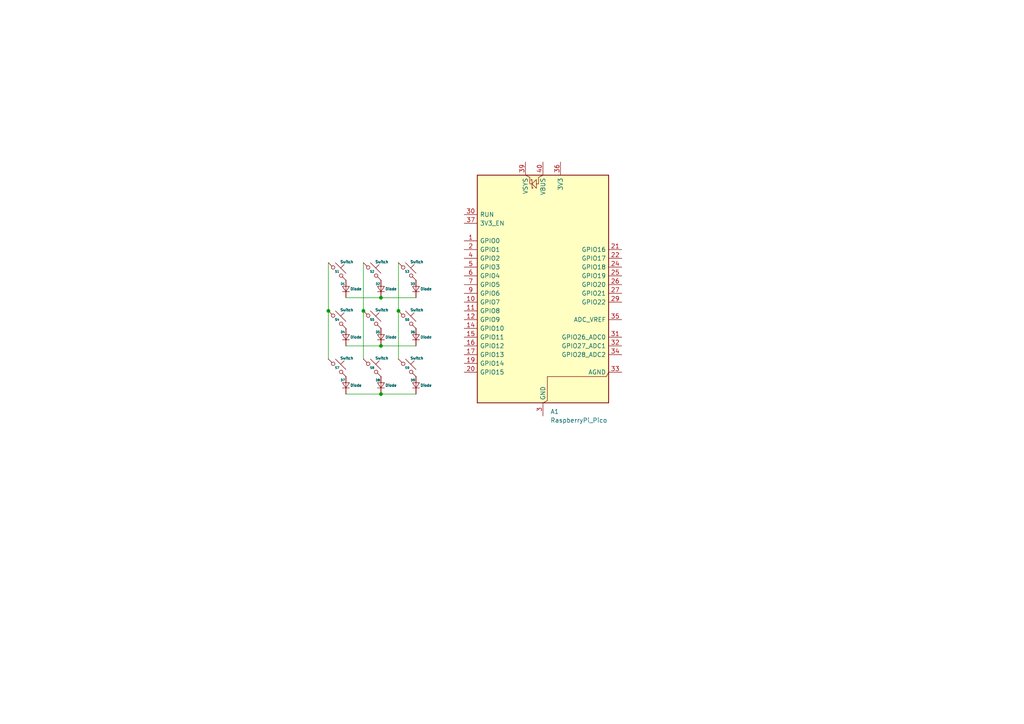
<source format=kicad_sch>
(kicad_sch (version 20250114) (generator "eeschema") (generator_version "9.0")
  (paper "A4")
  (lib_symbols
    (symbol "MCU_Module:RaspberryPi_Pico" (pin_names (offset 0.762))
      (property "Reference" "A" (at -19.05 35.56 0))
      (property "Value" "RaspberryPi_Pico" (at 7.62 35.56 0))
      (symbol "RaspberryPi_Pico_0_1"
        (rectangle (start -19.05 34.29) (end 19.05 -31.75) (stroke (width 0.254)) (fill (type background)))
        (polyline (pts (xy -5.08 34.29) (xy -3.81 33.655) (xy -3.81 31.75) (xy -3.175 31.75)))
        (polyline (pts (xy -3.429 32.766) (xy -3.429 33.02) (xy -3.175 33.02) (xy -3.175 30.48) (xy -2.921 30.48) (xy -2.921 30.734)))
        (polyline (pts (xy -3.175 31.75) (xy -1.905 33.02) (xy -1.905 30.48) (xy -3.175 31.75)))
        (polyline (pts (xy 0 34.29) (xy -1.27 33.655) (xy -1.27 31.75) (xy -1.905 31.75)))
        (polyline (pts (xy 0 -31.75) (xy 1.27 -31.115) (xy 1.27 -24.13) (xy 18.415 -24.13) (xy 19.05 -22.86)))
      )
      (symbol "RaspberryPi_Pico_1_1"
        (pin passive line (at -22.86 22.86 0) (length 3.81) (name "RUN") (number "30"))
        (pin passive line (at -22.86 20.32 0) (length 3.81) (name "3V3_EN") (number "37"))
        (pin bidirectional line (at -22.86 15.24 0) (length 3.81) (name "GPIO0") (number "1"))
        (pin bidirectional line (at -22.86 12.7 0) (length 3.81) (name "GPIO1") (number "2"))
        (pin bidirectional line (at -22.86 10.16 0) (length 3.81) (name "GPIO2") (number "4"))
        (pin bidirectional line (at -22.86 7.62 0) (length 3.81) (name "GPIO3") (number "5"))
        (pin bidirectional line (at -22.86 5.08 0) (length 3.81) (name "GPIO4") (number "6"))
        (pin bidirectional line (at -22.86 2.54 0) (length 3.81) (name "GPIO5") (number "7"))
        (pin bidirectional line (at -22.86 0 0) (length 3.81) (name "GPIO6") (number "9"))
        (pin bidirectional line (at -22.86 -2.54 0) (length 3.81) (name "GPIO7") (number "10"))
        (pin bidirectional line (at -22.86 -5.08 0) (length 3.81) (name "GPIO8") (number "11"))
        (pin bidirectional line (at -22.86 -7.62 0) (length 3.81) (name "GPIO9") (number "12"))
        (pin bidirectional line (at -22.86 -10.16 0) (length 3.81) (name "GPIO10") (number "14"))
        (pin bidirectional line (at -22.86 -12.7 0) (length 3.81) (name "GPIO11") (number "15"))
        (pin bidirectional line (at -22.86 -15.24 0) (length 3.81) (name "GPIO12") (number "16"))
        (pin bidirectional line (at -22.86 -17.78 0) (length 3.81) (name "GPIO13") (number "17"))
        (pin bidirectional line (at -22.86 -20.32 0) (length 3.81) (name "GPIO14") (number "19"))
        (pin bidirectional line (at -22.86 -22.86 0) (length 3.81) (name "GPIO15") (number "20"))
        (pin power_in line (at -5.08 38.1 270) (length 3.81) (name "VSYS") (number "39"))
        (pin power_out line (at 0 38.1 270) (length 3.81) (name "VBUS") (number "40"))
        (pin passive line (at 0 -35.56 90) (length 3.81) (hide yes) (name "GND") (number "13"))
        (pin passive line (at 0 -35.56 90) (length 3.81) (hide yes) (name "GND") (number "18"))
        (pin passive line (at 0 -35.56 90) (length 3.81) (hide yes) (name "GND") (number "23"))
        (pin passive line (at 0 -35.56 90) (length 3.81) (hide yes) (name "GND") (number "28"))
        (pin power_out line (at 0 -35.56 90) (length 3.81) (name "GND") (number "3"))
        (pin passive line (at 0 -35.56 90) (length 3.81) (hide yes) (name "GND") (number "38"))
        (pin passive line (at 0 -35.56 90) (length 3.81) (hide yes) (name "GND") (number "8"))
        (pin power_out line (at 5.08 38.1 270) (length 3.81) (name "3V3") (number "36"))
        (pin bidirectional line (at 22.86 12.7 180) (length 3.81) (name "GPIO16") (number "21"))
        (pin bidirectional line (at 22.86 10.16 180) (length 3.81) (name "GPIO17") (number "22"))
        (pin bidirectional line (at 22.86 7.62 180) (length 3.81) (name "GPIO18") (number "24"))
        (pin bidirectional line (at 22.86 5.08 180) (length 3.81) (name "GPIO19") (number "25"))
        (pin bidirectional line (at 22.86 2.54 180) (length 3.81) (name "GPIO20") (number "26"))
        (pin bidirectional line (at 22.86 0 180) (length 3.81) (name "GPIO21") (number "27"))
        (pin bidirectional line (at 22.86 -2.54 180) (length 3.81) (name "GPIO22") (number "29"))
        (pin power_in line (at 22.86 -7.62 180) (length 3.81) (name "ADC_VREF") (number "35"))
        (pin bidirectional line (at 22.86 -12.7 180) (length 3.81) (name "GPIO26_ADC0") (number "31"))
        (pin bidirectional line (at 22.86 -15.24 180) (length 3.81) (name "GPIO27_ADC1") (number "32"))
        (pin bidirectional line (at 22.86 -17.78 180) (length 3.81) (name "GPIO28_ADC2") (number "34"))
        (pin power_out line (at 22.86 -22.86 180) (length 3.81) (name "AGND") (number "33"))
      )
    )
    (symbol "ScottoKeebs:Placeholder_Diode" (pin_numbers (hide yes)) (pin_names (hide yes))
      (property "Reference" "D" (at -0.15 1.066 0))
      (symbol "Placeholder_Diode_0_1"
        (polyline (pts (xy 0 -0.762) (xy 0 0.762)))
      )
      (symbol "Placeholder_Diode_1_1"
        (polyline (pts (xy 1.016 0.762) (xy 0 -0.762) (xy -1.016 0.762) (xy 1.016 0.762)) (stroke (width 0.1524)))
        (polyline (pts (xy 1.016 -0.762) (xy -1.016 -0.762)) (stroke (width 0.1524)))
        (pin passive line (at 0 2.54 270) (length 1.778) (name "A") (number "2"))
        (pin passive line (at 0 -2.54 90) (length 1.778) (name "K") (number "1"))
      )
    )
    (symbol "ScottoKeebs:Placeholder_Keyswitch" (pin_numbers (hide yes)) (pin_names (offset 1.016) (hide yes))
      (property "Reference" "S" (at 0 0 0))
      (symbol "Placeholder_Keyswitch_0_1"
        (polyline (pts (xy -2.54 2.54) (xy -1.524 1.524) (xy -1.524 1.524)))
        (circle (center -1.1684 1.1684) (radius 0.508))
        (polyline (pts (xy -0.508 2.54) (xy 2.54 -0.508)))
        (polyline (pts (xy 1.016 1.016) (xy 2.032 2.032)))
        (circle (center 1.143 -1.1938) (radius 0.508))
        (polyline (pts (xy 1.524 -1.524) (xy 2.54 -2.54) (xy 2.54 -2.54) (xy 2.54 -2.54)))
        (pin passive line (at -2.54 2.54 0) (length 0) (name "1") (number "1"))
        (pin passive line (at 2.54 -2.54 180) (length 0) (name "2") (number "2"))
      )
    )
  )
  (junction (at 115.57 90.17))
  (junction (at 110.49 86.36))
  (junction (at 110.49 114.3))
  (junction (at 95.25 90.17))
  (junction (at 105.41 90.17))
  (junction (at 110.49 100.33))
  (wire (pts (xy 110.49 86.36) (xy 120.65 86.36)))
  (wire (pts (xy 100.33 114.3) (xy 110.49 114.3)))
  (wire (pts (xy 115.57 90.17) (xy 115.57 104.14)))
  (wire (pts (xy 115.57 76.2) (xy 115.57 90.17)))
  (wire (pts (xy 110.49 114.3) (xy 120.65 114.3)))
  (wire (pts (xy 105.41 76.2) (xy 105.41 90.17)))
  (wire (pts (xy 100.33 86.36) (xy 110.49 86.36)))
  (wire (pts (xy 95.25 76.2) (xy 95.25 90.17)))
  (wire (pts (xy 110.49 100.33) (xy 120.65 100.33)))
  (wire (pts (xy 105.41 90.17) (xy 105.41 104.14)))
  (wire (pts (xy 100.33 100.33) (xy 110.49 100.33)))
  (wire (pts (xy 95.25 90.17) (xy 95.25 104.14)))
  (symbol (lib_id "ScottoKeebs:Placeholder_Keyswitch") (at 107.95 92.71 0) (unit 1)
    (property "Reference" "S5" (at 107.95 92.71 0) (effects (font (size 0.635 0.635) (thickness 0.127) (bold yes))))
    (property "Value" "Switch" (at 110.744 89.916 0) (effects (font (size 0.762 0.762))))
  )
  (symbol (lib_id "ScottoKeebs:Placeholder_Keyswitch") (at 107.95 78.74 0) (unit 1)
    (property "Reference" "S2" (at 107.95 78.74 0) (effects (font (size 0.635 0.635) (thickness 0.127) (bold yes))))
    (property "Value" "Switch" (at 110.744 75.946 0) (effects (font (size 0.762 0.762))))
  )
  (symbol (lib_id "ScottoKeebs:Placeholder_Diode") (at 110.49 97.79 0) (unit 1)
    (property "Reference" "D5" (at 110.34 96.724 0) (effects (font (size 0.635 0.635) (thickness 0.127) (bold yes)) (justify right bottom)))
    (property "Value" "Diode" (at 111.76 97.79 0) (effects (font (size 0.762 0.762)) (justify left)))
  )
  (symbol (lib_id "ScottoKeebs:Placeholder_Keyswitch") (at 97.79 106.68 0) (unit 1)
    (property "Reference" "S7" (at 97.79 106.68 0) (effects (font (size 0.635 0.635) (thickness 0.127) (bold yes))))
    (property "Value" "Switch" (at 100.584 103.886 0) (effects (font (size 0.762 0.762))))
  )
  (symbol (lib_id "ScottoKeebs:Placeholder_Diode") (at 110.49 111.76 0) (unit 1)
    (property "Reference" "D8" (at 110.34 110.694 0) (effects (font (size 0.635 0.635) (thickness 0.127) (bold yes)) (justify right bottom)))
    (property "Value" "Diode" (at 111.76 111.76 0) (effects (font (size 0.762 0.762)) (justify left)))
  )
  (symbol (lib_id "ScottoKeebs:Placeholder_Keyswitch") (at 97.79 78.74 0) (unit 1)
    (property "Reference" "S1" (at 97.79 78.74 0) (effects (font (size 0.635 0.635) (thickness 0.127) (bold yes))))
    (property "Value" "Switch" (at 100.584 75.946 0) (effects (font (size 0.762 0.762))))
  )
  (symbol (lib_id "MCU_Module:RaspberryPi_Pico") (at 157.48 85.09 0) (unit 1)
    (property "Reference" "A1" (at 159.6233 119.38 0) (effects (justify left)))
    (property "Value" "RaspberryPi_Pico" (at 159.6233 121.92 0) (effects (justify left)))
    (property "Footprint" "Module:RaspberryPi_Pico_Common_Unspecified" (effects (hide yes)))
    (property "Datasheet" "https://datasheets.raspberrypi.com/pico/pico-datasheet.pdf" (effects (hide yes)))
    (property "Description" "Versatile and inexpensive microcontroller module powered by RP2040 dual-core Arm Cortex-M0+ processor up to 133 MHz, 264kB SRAM, 2MB QSPI flash; also supports Raspberry Pi Pico 2" (effects (hide yes)))
  )
  (symbol (lib_id "ScottoKeebs:Placeholder_Keyswitch") (at 118.11 78.74 0) (unit 1)
    (property "Reference" "S3" (at 118.11 78.74 0) (effects (font (size 0.635 0.635) (thickness 0.127) (bold yes))))
    (property "Value" "Switch" (at 120.904 75.946 0) (effects (font (size 0.762 0.762))))
  )
  (symbol (lib_id "ScottoKeebs:Placeholder_Keyswitch") (at 97.79 92.71 0) (unit 1)
    (property "Reference" "S4" (at 97.79 92.71 0) (effects (font (size 0.635 0.635) (thickness 0.127) (bold yes))))
    (property "Value" "Switch" (at 100.584 89.916 0) (effects (font (size 0.762 0.762))))
  )
  (symbol (lib_id "ScottoKeebs:Placeholder_Diode") (at 110.49 83.82 0) (unit 1)
    (property "Reference" "D2" (at 110.34 82.754 0) (effects (font (size 0.635 0.635) (thickness 0.127) (bold yes)) (justify right bottom)))
    (property "Value" "Diode" (at 111.76 83.82 0) (effects (font (size 0.762 0.762)) (justify left)))
  )
  (symbol (lib_id "ScottoKeebs:Placeholder_Diode") (at 120.65 83.82 0) (unit 1)
    (property "Reference" "D3" (at 120.5 82.754 0) (effects (font (size 0.635 0.635) (thickness 0.127) (bold yes)) (justify right bottom)))
    (property "Value" "Diode" (at 121.92 83.82 0) (effects (font (size 0.762 0.762)) (justify left)))
  )
  (symbol (lib_id "ScottoKeebs:Placeholder_Keyswitch") (at 118.11 106.68 0) (unit 1)
    (property "Reference" "S9" (at 118.11 106.68 0) (effects (font (size 0.635 0.635) (thickness 0.127) (bold yes))))
    (property "Value" "Switch" (at 120.904 103.886 0) (effects (font (size 0.762 0.762))))
  )
  (symbol (lib_id "ScottoKeebs:Placeholder_Diode") (at 100.33 83.82 0) (unit 1)
    (property "Reference" "D1" (at 100.18 82.754 0) (effects (font (size 0.635 0.635) (thickness 0.127) (bold yes)) (justify right bottom)))
    (property "Value" "Diode" (at 101.6 83.82 0) (effects (font (size 0.762 0.762)) (justify left)))
  )
  (symbol (lib_id "ScottoKeebs:Placeholder_Diode") (at 100.33 111.76 0) (unit 1)
    (property "Reference" "D7" (at 100.18 110.694 0) (effects (font (size 0.635 0.635) (thickness 0.127) (bold yes)) (justify right bottom)))
    (property "Value" "Diode" (at 101.6 111.76 0) (effects (font (size 0.762 0.762)) (justify left)))
  )
  (symbol (lib_id "ScottoKeebs:Placeholder_Diode") (at 100.33 97.79 0) (unit 1)
    (property "Reference" "D4" (at 100.18 96.724 0) (effects (font (size 0.635 0.635) (thickness 0.127) (bold yes)) (justify right bottom)))
    (property "Value" "Diode" (at 101.6 97.79 0) (effects (font (size 0.762 0.762)) (justify left)))
  )
  (symbol (lib_id "ScottoKeebs:Placeholder_Diode") (at 120.65 111.76 0) (unit 1)
    (property "Reference" "D9" (at 120.5 110.694 0) (effects (font (size 0.635 0.635) (thickness 0.127) (bold yes)) (justify right bottom)))
    (property "Value" "Diode" (at 121.92 111.76 0) (effects (font (size 0.762 0.762)) (justify left)))
  )
  (symbol (lib_id "ScottoKeebs:Placeholder_Diode") (at 120.65 97.79 0) (unit 1)
    (property "Reference" "D6" (at 120.5 96.724 0) (effects (font (size 0.635 0.635) (thickness 0.127) (bold yes)) (justify right bottom)))
    (property "Value" "Diode" (at 121.92 97.79 0) (effects (font (size 0.762 0.762)) (justify left)))
  )
  (symbol (lib_id "ScottoKeebs:Placeholder_Keyswitch") (at 118.11 92.71 0) (unit 1)
    (property "Reference" "S6" (at 118.11 92.71 0) (effects (font (size 0.635 0.635) (thickness 0.127) (bold yes))))
    (property "Value" "Switch" (at 120.904 89.916 0) (effects (font (size 0.762 0.762))))
  )
  (symbol (lib_id "ScottoKeebs:Placeholder_Keyswitch") (at 107.95 106.68 0) (unit 1)
    (property "Reference" "S8" (at 107.95 106.68 0) (effects (font (size 0.635 0.635) (thickness 0.127) (bold yes))))
    (property "Value" "Switch" (at 110.744 103.886 0) (effects (font (size 0.762 0.762))))
  )
)
</source>
